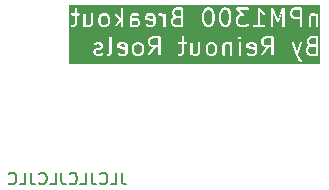
<source format=gbo>
G04 #@! TF.GenerationSoftware,KiCad,Pcbnew,8.0.5*
G04 #@! TF.CreationDate,2024-09-22T09:32:30+02:00*
G04 #@! TF.ProjectId,nPM1300-breakout,6e504d31-3330-4302-9d62-7265616b6f75,rev?*
G04 #@! TF.SameCoordinates,Original*
G04 #@! TF.FileFunction,Legend,Bot*
G04 #@! TF.FilePolarity,Positive*
%FSLAX46Y46*%
G04 Gerber Fmt 4.6, Leading zero omitted, Abs format (unit mm)*
G04 Created by KiCad (PCBNEW 8.0.5) date 2024-09-22 09:32:30*
%MOMM*%
%LPD*%
G01*
G04 APERTURE LIST*
%ADD10C,0.187500*%
%ADD11C,0.170000*%
%ADD12C,1.700000*%
%ADD13O,1.700000X1.700000*%
%ADD14C,0.650000*%
%ADD15O,2.304000X1.204000*%
%ADD16O,2.004000X1.204000*%
G04 APERTURE END LIST*
D10*
G36*
X110099445Y-75256379D02*
G01*
X110147001Y-75351491D01*
X110147001Y-75500717D01*
X109620216Y-75395360D01*
X109620216Y-75351491D01*
X109667771Y-75256379D01*
X109762883Y-75208824D01*
X110004335Y-75208824D01*
X110099445Y-75256379D01*
G37*
G36*
X111399502Y-75263551D02*
G01*
X111449417Y-75313465D01*
X111504144Y-75422919D01*
X111504144Y-75807228D01*
X111449415Y-75916685D01*
X111399505Y-75966595D01*
X111290048Y-76021324D01*
X111120026Y-76021324D01*
X111010571Y-75966597D01*
X110960657Y-75916682D01*
X110905930Y-75807228D01*
X110905930Y-75422919D01*
X110960657Y-75313464D01*
X111010571Y-75263551D01*
X111120026Y-75208824D01*
X111290049Y-75208824D01*
X111399502Y-75263551D01*
G37*
G36*
X117613788Y-75263551D02*
G01*
X117663703Y-75313465D01*
X117718430Y-75422919D01*
X117718430Y-75807228D01*
X117663701Y-75916685D01*
X117613791Y-75966595D01*
X117504334Y-76021324D01*
X117334312Y-76021324D01*
X117224857Y-75966597D01*
X117174943Y-75916682D01*
X117120216Y-75807228D01*
X117120216Y-75422919D01*
X117174943Y-75313464D01*
X117224857Y-75263551D01*
X117334312Y-75208824D01*
X117504335Y-75208824D01*
X117613788Y-75263551D01*
G37*
G36*
X121028017Y-75256379D02*
G01*
X121075573Y-75351491D01*
X121075573Y-75500717D01*
X120548788Y-75395360D01*
X120548788Y-75351491D01*
X120596343Y-75256379D01*
X120691455Y-75208824D01*
X120932907Y-75208824D01*
X121028017Y-75256379D01*
G37*
G36*
X126289859Y-76021324D02*
G01*
X125834312Y-76021324D01*
X125724854Y-75966595D01*
X125674944Y-75916685D01*
X125620216Y-75807228D01*
X125620216Y-75637205D01*
X125674944Y-75527748D01*
X125719964Y-75482728D01*
X125898822Y-75423110D01*
X126289859Y-75423110D01*
X126289859Y-76021324D01*
G37*
G36*
X126289859Y-75235610D02*
G01*
X125905741Y-75235610D01*
X125796286Y-75180882D01*
X125746370Y-75130967D01*
X125691644Y-75021514D01*
X125691644Y-74922919D01*
X125746370Y-74813466D01*
X125796286Y-74763551D01*
X125905741Y-74708824D01*
X126289859Y-74708824D01*
X126289859Y-75235610D01*
G37*
G36*
X112932716Y-75307038D02*
G01*
X112477169Y-75307038D01*
X112367711Y-75252309D01*
X112317801Y-75202399D01*
X112263073Y-75092942D01*
X112263073Y-74922919D01*
X112317799Y-74813465D01*
X112367714Y-74763551D01*
X112477169Y-74708824D01*
X112932716Y-74708824D01*
X112932716Y-75307038D01*
G37*
G36*
X122504145Y-75307038D02*
G01*
X122048598Y-75307038D01*
X121939140Y-75252309D01*
X121889230Y-75202399D01*
X121834502Y-75092942D01*
X121834502Y-74922919D01*
X121889228Y-74813465D01*
X121939143Y-74763551D01*
X122048598Y-74708824D01*
X122504145Y-74708824D01*
X122504145Y-75307038D01*
G37*
G36*
X108542361Y-72848635D02*
G01*
X108592276Y-72898549D01*
X108647003Y-73008003D01*
X108647003Y-73392312D01*
X108592274Y-73501769D01*
X108542364Y-73551679D01*
X108432907Y-73606408D01*
X108262885Y-73606408D01*
X108153430Y-73551681D01*
X108103516Y-73501766D01*
X108048789Y-73392312D01*
X108048789Y-73008003D01*
X108103516Y-72898548D01*
X108153430Y-72848635D01*
X108262885Y-72793908D01*
X108432908Y-72793908D01*
X108542361Y-72848635D01*
G37*
G36*
X110698827Y-73212582D02*
G01*
X110715992Y-73219151D01*
X110719351Y-73219389D01*
X110722464Y-73220679D01*
X110740754Y-73222480D01*
X111075765Y-73222480D01*
X111170876Y-73270035D01*
X111218432Y-73365146D01*
X111218432Y-73463740D01*
X111170876Y-73558852D01*
X111075765Y-73606408D01*
X110762886Y-73606408D01*
X110691647Y-73570788D01*
X110691647Y-73208991D01*
X110698827Y-73212582D01*
G37*
G36*
X112456590Y-72841463D02*
G01*
X112504146Y-72936575D01*
X112504146Y-73085801D01*
X111977361Y-72980444D01*
X111977361Y-72936575D01*
X112024916Y-72841463D01*
X112120028Y-72793908D01*
X112361480Y-72793908D01*
X112456590Y-72841463D01*
G37*
G36*
X114861289Y-73606408D02*
G01*
X114405742Y-73606408D01*
X114296284Y-73551679D01*
X114246374Y-73501769D01*
X114191646Y-73392312D01*
X114191646Y-73222289D01*
X114246374Y-73112832D01*
X114291394Y-73067812D01*
X114470252Y-73008194D01*
X114861289Y-73008194D01*
X114861289Y-73606408D01*
G37*
G36*
X114861289Y-72820694D02*
G01*
X114477171Y-72820694D01*
X114367716Y-72765966D01*
X114317800Y-72716051D01*
X114263074Y-72606598D01*
X114263074Y-72508003D01*
X114317800Y-72398550D01*
X114367716Y-72348635D01*
X114477171Y-72293908D01*
X114861289Y-72293908D01*
X114861289Y-72820694D01*
G37*
G36*
X117328077Y-72348636D02*
G01*
X117377989Y-72398549D01*
X117438012Y-72518594D01*
X117504145Y-72783127D01*
X117504145Y-73117189D01*
X117438011Y-73381722D01*
X117377989Y-73501766D01*
X117328074Y-73551681D01*
X117218620Y-73606408D01*
X117120027Y-73606408D01*
X117010572Y-73551681D01*
X116960658Y-73501766D01*
X116900636Y-73381723D01*
X116834502Y-73117187D01*
X116834502Y-72783129D01*
X116900636Y-72518592D01*
X116960658Y-72398548D01*
X117010572Y-72348635D01*
X117120027Y-72293908D01*
X117218620Y-72293908D01*
X117328077Y-72348636D01*
G37*
G36*
X118756648Y-72348636D02*
G01*
X118806560Y-72398549D01*
X118866583Y-72518594D01*
X118932716Y-72783127D01*
X118932716Y-73117189D01*
X118866582Y-73381722D01*
X118806560Y-73501766D01*
X118756645Y-73551681D01*
X118647191Y-73606408D01*
X118548598Y-73606408D01*
X118439143Y-73551681D01*
X118389229Y-73501766D01*
X118329207Y-73381723D01*
X118263073Y-73117187D01*
X118263073Y-72783129D01*
X118329207Y-72518592D01*
X118389229Y-72398548D01*
X118439143Y-72348635D01*
X118548598Y-72293908D01*
X118647191Y-72293908D01*
X118756648Y-72348636D01*
G37*
G36*
X124932716Y-72892122D02*
G01*
X124477169Y-72892122D01*
X124367711Y-72837393D01*
X124317801Y-72787483D01*
X124263073Y-72678026D01*
X124263073Y-72508003D01*
X124317799Y-72398549D01*
X124367714Y-72348635D01*
X124477169Y-72293908D01*
X124932716Y-72293908D01*
X124932716Y-72892122D01*
G37*
G36*
X126644026Y-76874755D02*
G01*
X105339280Y-76874755D01*
X105339280Y-75829360D01*
X107432716Y-75829360D01*
X107432716Y-75900788D01*
X107434517Y-75919078D01*
X107435806Y-75922190D01*
X107436045Y-75925550D01*
X107442613Y-75942714D01*
X107514042Y-76085572D01*
X107515968Y-76088632D01*
X107516449Y-76090074D01*
X107518006Y-76091869D01*
X107523833Y-76101126D01*
X107532713Y-76108827D01*
X107540415Y-76117708D01*
X107549671Y-76123534D01*
X107551467Y-76125092D01*
X107552908Y-76125572D01*
X107555969Y-76127499D01*
X107698826Y-76198927D01*
X107715991Y-76205495D01*
X107719349Y-76205733D01*
X107722462Y-76207023D01*
X107740752Y-76208824D01*
X108026466Y-76208824D01*
X108044756Y-76207023D01*
X108047868Y-76205733D01*
X108051228Y-76205495D01*
X108068392Y-76198927D01*
X108211249Y-76127499D01*
X108226803Y-76117708D01*
X108239257Y-76103348D01*
X108576309Y-76103348D01*
X108578902Y-76139836D01*
X108595261Y-76172554D01*
X108622895Y-76196520D01*
X108657597Y-76208088D01*
X108694085Y-76205495D01*
X108711249Y-76198927D01*
X108854106Y-76127499D01*
X108857164Y-76125573D01*
X108858607Y-76125093D01*
X108860404Y-76123534D01*
X108869660Y-76117708D01*
X108877362Y-76108826D01*
X108886242Y-76101126D01*
X108892066Y-76091873D01*
X108893627Y-76090074D01*
X108894108Y-76088629D01*
X108896033Y-76085572D01*
X108967462Y-75942714D01*
X108974030Y-75925550D01*
X108974268Y-75922190D01*
X108975558Y-75919078D01*
X108977359Y-75900788D01*
X108977359Y-75329360D01*
X109432716Y-75329360D01*
X109432716Y-75472217D01*
X109434517Y-75490507D01*
X109438032Y-75498994D01*
X109439815Y-75508003D01*
X109444963Y-75515726D01*
X109448516Y-75524302D01*
X109455009Y-75530795D01*
X109460105Y-75538439D01*
X109467819Y-75543605D01*
X109474381Y-75550167D01*
X109482865Y-75553681D01*
X109490498Y-75558793D01*
X109508080Y-75564146D01*
X109508172Y-75564164D01*
X109508176Y-75564166D01*
X109508180Y-75564166D01*
X110147001Y-75691931D01*
X110147001Y-75878656D01*
X110099445Y-75973768D01*
X110004334Y-76021324D01*
X109762883Y-76021324D01*
X109639820Y-75959793D01*
X109622656Y-75953225D01*
X109586168Y-75950632D01*
X109551466Y-75962200D01*
X109523832Y-75986166D01*
X109507473Y-76018884D01*
X109504880Y-76055372D01*
X109516448Y-76090074D01*
X109540414Y-76117708D01*
X109555968Y-76127499D01*
X109698825Y-76198927D01*
X109715990Y-76205495D01*
X109719348Y-76205733D01*
X109722461Y-76207023D01*
X109740751Y-76208824D01*
X110026466Y-76208824D01*
X110044756Y-76207023D01*
X110047868Y-76205733D01*
X110051228Y-76205495D01*
X110068392Y-76198927D01*
X110211249Y-76127499D01*
X110214309Y-76125572D01*
X110215751Y-76125092D01*
X110217546Y-76123534D01*
X110226803Y-76117708D01*
X110234505Y-76108826D01*
X110243385Y-76101126D01*
X110249209Y-76091873D01*
X110250770Y-76090074D01*
X110251251Y-76088629D01*
X110253176Y-76085572D01*
X110324604Y-75942713D01*
X110331173Y-75925549D01*
X110331411Y-75922187D01*
X110332700Y-75919078D01*
X110334501Y-75900788D01*
X110334501Y-75615177D01*
X110334502Y-75615172D01*
X110334501Y-75615166D01*
X110334501Y-75400788D01*
X110718430Y-75400788D01*
X110718430Y-75829360D01*
X110720231Y-75847650D01*
X110721520Y-75850762D01*
X110721759Y-75854122D01*
X110728328Y-75871287D01*
X110799756Y-76014143D01*
X110804710Y-76022014D01*
X110805658Y-76024301D01*
X110807771Y-76026876D01*
X110809547Y-76029697D01*
X110811417Y-76031319D01*
X110817317Y-76038508D01*
X110888745Y-76109937D01*
X110895934Y-76115836D01*
X110897557Y-76117708D01*
X110900378Y-76119484D01*
X110902952Y-76121596D01*
X110905237Y-76122542D01*
X110913111Y-76127499D01*
X111055968Y-76198927D01*
X111073133Y-76205495D01*
X111076491Y-76205733D01*
X111079604Y-76207023D01*
X111097894Y-76208824D01*
X111312180Y-76208824D01*
X111330470Y-76207023D01*
X111333582Y-76205733D01*
X111336942Y-76205495D01*
X111354106Y-76198927D01*
X111496963Y-76127499D01*
X111504832Y-76122545D01*
X111507122Y-76121597D01*
X111509698Y-76119482D01*
X111512517Y-76117708D01*
X111514139Y-76115836D01*
X111521328Y-76109937D01*
X111592757Y-76038508D01*
X111598657Y-76031319D01*
X111600528Y-76029697D01*
X111602302Y-76026878D01*
X111604417Y-76024302D01*
X111605365Y-76022012D01*
X111610319Y-76014143D01*
X111681747Y-75871286D01*
X111688315Y-75854121D01*
X111688553Y-75850762D01*
X111689843Y-75847650D01*
X111691644Y-75829360D01*
X111691644Y-75400788D01*
X111689843Y-75382498D01*
X111688553Y-75379385D01*
X111688315Y-75376027D01*
X111681747Y-75358862D01*
X111610319Y-75216005D01*
X111605362Y-75208131D01*
X111604416Y-75205846D01*
X111602304Y-75203272D01*
X111600528Y-75200451D01*
X111598656Y-75198828D01*
X111592757Y-75191639D01*
X111521328Y-75120211D01*
X111514139Y-75114311D01*
X111512517Y-75112441D01*
X111509696Y-75110665D01*
X111507121Y-75108552D01*
X111504834Y-75107604D01*
X111496963Y-75102650D01*
X111354107Y-75031222D01*
X111336942Y-75024653D01*
X111333582Y-75024414D01*
X111330470Y-75023125D01*
X111312180Y-75021324D01*
X111097894Y-75021324D01*
X111079604Y-75023125D01*
X111076491Y-75024414D01*
X111073132Y-75024653D01*
X111055967Y-75031222D01*
X110913110Y-75102651D01*
X110905237Y-75107606D01*
X110902952Y-75108553D01*
X110900378Y-75110665D01*
X110897557Y-75112441D01*
X110895934Y-75114312D01*
X110888745Y-75120212D01*
X110817318Y-75191640D01*
X110811417Y-75198828D01*
X110809547Y-75200451D01*
X110807772Y-75203269D01*
X110805658Y-75205846D01*
X110804709Y-75208135D01*
X110799756Y-75216005D01*
X110728328Y-75358861D01*
X110721759Y-75376026D01*
X110721520Y-75379385D01*
X110720231Y-75382498D01*
X110718430Y-75400788D01*
X110334501Y-75400788D01*
X110334501Y-75329360D01*
X110332700Y-75311070D01*
X110331410Y-75307957D01*
X110331172Y-75304599D01*
X110324604Y-75287434D01*
X110253176Y-75144577D01*
X110251248Y-75141515D01*
X110250769Y-75140076D01*
X110249213Y-75138282D01*
X110243385Y-75129023D01*
X110234503Y-75121320D01*
X110226803Y-75112441D01*
X110217546Y-75106614D01*
X110215751Y-75105057D01*
X110214309Y-75104576D01*
X110211249Y-75102650D01*
X110068393Y-75031222D01*
X110051228Y-75024653D01*
X110047868Y-75024414D01*
X110044756Y-75023125D01*
X110026466Y-75021324D01*
X109740751Y-75021324D01*
X109722461Y-75023125D01*
X109719348Y-75024414D01*
X109715989Y-75024653D01*
X109698824Y-75031222D01*
X109555967Y-75102651D01*
X109552911Y-75104574D01*
X109551466Y-75105056D01*
X109549665Y-75106617D01*
X109540414Y-75112441D01*
X109532713Y-75121320D01*
X109523832Y-75129023D01*
X109518005Y-75138278D01*
X109516447Y-75140076D01*
X109515966Y-75141518D01*
X109514041Y-75144577D01*
X109442613Y-75287434D01*
X109436045Y-75304598D01*
X109435806Y-75307957D01*
X109434517Y-75311070D01*
X109432716Y-75329360D01*
X108977359Y-75329360D01*
X108977359Y-74900788D01*
X112075573Y-74900788D01*
X112075573Y-75115074D01*
X112077374Y-75133364D01*
X112078663Y-75136476D01*
X112078902Y-75139836D01*
X112085470Y-75157000D01*
X112156898Y-75299857D01*
X112161851Y-75307726D01*
X112162800Y-75310016D01*
X112164914Y-75312592D01*
X112166689Y-75315411D01*
X112168560Y-75317033D01*
X112174460Y-75324222D01*
X112245889Y-75395651D01*
X112253077Y-75401551D01*
X112254700Y-75403422D01*
X112257518Y-75405196D01*
X112260095Y-75407311D01*
X112262384Y-75408259D01*
X112270254Y-75413213D01*
X112413111Y-75484641D01*
X112430276Y-75491209D01*
X112433634Y-75491447D01*
X112436747Y-75492737D01*
X112455037Y-75494538D01*
X112489262Y-75494538D01*
X112092520Y-76061312D01*
X112083507Y-76077328D01*
X112075595Y-76113042D01*
X112081952Y-76149064D01*
X112101610Y-76179913D01*
X112131577Y-76200890D01*
X112167291Y-76208802D01*
X112203313Y-76202445D01*
X112234162Y-76182787D01*
X112246126Y-76168836D01*
X112718134Y-75494538D01*
X112932716Y-75494538D01*
X112932716Y-76115074D01*
X112934517Y-76133364D01*
X112948516Y-76167159D01*
X112974381Y-76193024D01*
X113008176Y-76207023D01*
X113044756Y-76207023D01*
X113078551Y-76193024D01*
X113104416Y-76167159D01*
X113118415Y-76133364D01*
X113120216Y-76115074D01*
X113120216Y-75096784D01*
X114577374Y-75096784D01*
X114577374Y-75133364D01*
X114591373Y-75167159D01*
X114617238Y-75193024D01*
X114651033Y-75207023D01*
X114669323Y-75208824D01*
X114932716Y-75208824D01*
X114932716Y-75878656D01*
X114885159Y-75973768D01*
X114790048Y-76021324D01*
X114669323Y-76021324D01*
X114651033Y-76023125D01*
X114617238Y-76037124D01*
X114591373Y-76062989D01*
X114577374Y-76096784D01*
X114577374Y-76133364D01*
X114591373Y-76167159D01*
X114617238Y-76193024D01*
X114651033Y-76207023D01*
X114669323Y-76208824D01*
X114812180Y-76208824D01*
X114830470Y-76207023D01*
X114833582Y-76205733D01*
X114836942Y-76205495D01*
X114854106Y-76198927D01*
X114996963Y-76127499D01*
X115000021Y-76125573D01*
X115001464Y-76125093D01*
X115003261Y-76123534D01*
X115012517Y-76117708D01*
X115020219Y-76108826D01*
X115029099Y-76101126D01*
X115034923Y-76091873D01*
X115036484Y-76090074D01*
X115036965Y-76088629D01*
X115038890Y-76085572D01*
X115110319Y-75942714D01*
X115116887Y-75925550D01*
X115117125Y-75922190D01*
X115118415Y-75919078D01*
X115120216Y-75900788D01*
X115120216Y-75208824D01*
X115240751Y-75208824D01*
X115259041Y-75207023D01*
X115292836Y-75193024D01*
X115318701Y-75167159D01*
X115332700Y-75133364D01*
X115332700Y-75115074D01*
X115647002Y-75115074D01*
X115647002Y-76115074D01*
X115648803Y-76133364D01*
X115662802Y-76167159D01*
X115688667Y-76193024D01*
X115722462Y-76207023D01*
X115759042Y-76207023D01*
X115792837Y-76193024D01*
X115818702Y-76167159D01*
X115823999Y-76154371D01*
X115913111Y-76198927D01*
X115930276Y-76205495D01*
X115933634Y-76205733D01*
X115936747Y-76207023D01*
X115955037Y-76208824D01*
X116169323Y-76208824D01*
X116187613Y-76207023D01*
X116190725Y-76205733D01*
X116194085Y-76205495D01*
X116211249Y-76198927D01*
X116354106Y-76127499D01*
X116357164Y-76125573D01*
X116358607Y-76125093D01*
X116360404Y-76123534D01*
X116369660Y-76117708D01*
X116377362Y-76108826D01*
X116386242Y-76101126D01*
X116392066Y-76091873D01*
X116393627Y-76090074D01*
X116394108Y-76088629D01*
X116396033Y-76085572D01*
X116467462Y-75942714D01*
X116474030Y-75925550D01*
X116474268Y-75922190D01*
X116475558Y-75919078D01*
X116477359Y-75900788D01*
X116477359Y-75400788D01*
X116932716Y-75400788D01*
X116932716Y-75829360D01*
X116934517Y-75847650D01*
X116935806Y-75850762D01*
X116936045Y-75854122D01*
X116942614Y-75871287D01*
X117014042Y-76014143D01*
X117018996Y-76022014D01*
X117019944Y-76024301D01*
X117022057Y-76026876D01*
X117023833Y-76029697D01*
X117025703Y-76031319D01*
X117031603Y-76038508D01*
X117103031Y-76109937D01*
X117110220Y-76115836D01*
X117111843Y-76117708D01*
X117114664Y-76119484D01*
X117117238Y-76121596D01*
X117119523Y-76122542D01*
X117127397Y-76127499D01*
X117270254Y-76198927D01*
X117287419Y-76205495D01*
X117290777Y-76205733D01*
X117293890Y-76207023D01*
X117312180Y-76208824D01*
X117526466Y-76208824D01*
X117544756Y-76207023D01*
X117547868Y-76205733D01*
X117551228Y-76205495D01*
X117568392Y-76198927D01*
X117711249Y-76127499D01*
X117719118Y-76122545D01*
X117721408Y-76121597D01*
X117723984Y-76119482D01*
X117726803Y-76117708D01*
X117728425Y-76115836D01*
X117735614Y-76109937D01*
X117807043Y-76038508D01*
X117812943Y-76031319D01*
X117814814Y-76029697D01*
X117816588Y-76026878D01*
X117818703Y-76024302D01*
X117819651Y-76022012D01*
X117824605Y-76014143D01*
X117896033Y-75871286D01*
X117902601Y-75854121D01*
X117902839Y-75850762D01*
X117904129Y-75847650D01*
X117905930Y-75829360D01*
X117905930Y-75400788D01*
X117904129Y-75382498D01*
X117902839Y-75379385D01*
X117902601Y-75376027D01*
X117896033Y-75358862D01*
X117881282Y-75329360D01*
X118361288Y-75329360D01*
X118361288Y-76115074D01*
X118363089Y-76133364D01*
X118377088Y-76167159D01*
X118402953Y-76193024D01*
X118436748Y-76207023D01*
X118473328Y-76207023D01*
X118507123Y-76193024D01*
X118532988Y-76167159D01*
X118546987Y-76133364D01*
X118548788Y-76115074D01*
X118548788Y-75351491D01*
X118596343Y-75256379D01*
X118691455Y-75208824D01*
X118861478Y-75208824D01*
X118970931Y-75263551D01*
X119004145Y-75296764D01*
X119004145Y-76115074D01*
X119005946Y-76133364D01*
X119019945Y-76167159D01*
X119045810Y-76193024D01*
X119079605Y-76207023D01*
X119116185Y-76207023D01*
X119149980Y-76193024D01*
X119175845Y-76167159D01*
X119189844Y-76133364D01*
X119191645Y-76115074D01*
X119191645Y-75115074D01*
X119718431Y-75115074D01*
X119718431Y-76115074D01*
X119720232Y-76133364D01*
X119734231Y-76167159D01*
X119760096Y-76193024D01*
X119793891Y-76207023D01*
X119830471Y-76207023D01*
X119864266Y-76193024D01*
X119890131Y-76167159D01*
X119904130Y-76133364D01*
X119905931Y-76115074D01*
X119905931Y-75329360D01*
X120361288Y-75329360D01*
X120361288Y-75472217D01*
X120363089Y-75490507D01*
X120366604Y-75498994D01*
X120368387Y-75508003D01*
X120373535Y-75515726D01*
X120377088Y-75524302D01*
X120383581Y-75530795D01*
X120388677Y-75538439D01*
X120396391Y-75543605D01*
X120402953Y-75550167D01*
X120411437Y-75553681D01*
X120419070Y-75558793D01*
X120436652Y-75564146D01*
X120436744Y-75564164D01*
X120436748Y-75564166D01*
X120436752Y-75564166D01*
X121075573Y-75691931D01*
X121075573Y-75878656D01*
X121028017Y-75973768D01*
X120932906Y-76021324D01*
X120691455Y-76021324D01*
X120568392Y-75959793D01*
X120551228Y-75953225D01*
X120514740Y-75950632D01*
X120480038Y-75962200D01*
X120452404Y-75986166D01*
X120436045Y-76018884D01*
X120433452Y-76055372D01*
X120445020Y-76090074D01*
X120468986Y-76117708D01*
X120484540Y-76127499D01*
X120627397Y-76198927D01*
X120644562Y-76205495D01*
X120647920Y-76205733D01*
X120651033Y-76207023D01*
X120669323Y-76208824D01*
X120955038Y-76208824D01*
X120973328Y-76207023D01*
X120976440Y-76205733D01*
X120979800Y-76205495D01*
X120996964Y-76198927D01*
X121139821Y-76127499D01*
X121142881Y-76125572D01*
X121144323Y-76125092D01*
X121146118Y-76123534D01*
X121155375Y-76117708D01*
X121163077Y-76108826D01*
X121171957Y-76101126D01*
X121177781Y-76091873D01*
X121179342Y-76090074D01*
X121179823Y-76088629D01*
X121181748Y-76085572D01*
X121253176Y-75942713D01*
X121259745Y-75925549D01*
X121259983Y-75922187D01*
X121261272Y-75919078D01*
X121263073Y-75900788D01*
X121263073Y-75615177D01*
X121263074Y-75615172D01*
X121263073Y-75615166D01*
X121263073Y-75329360D01*
X121261272Y-75311070D01*
X121259982Y-75307957D01*
X121259744Y-75304599D01*
X121253176Y-75287434D01*
X121181748Y-75144577D01*
X121179820Y-75141515D01*
X121179341Y-75140076D01*
X121177785Y-75138282D01*
X121171957Y-75129023D01*
X121163075Y-75121320D01*
X121155375Y-75112441D01*
X121146118Y-75106614D01*
X121144323Y-75105057D01*
X121142881Y-75104576D01*
X121139821Y-75102650D01*
X120996965Y-75031222D01*
X120979800Y-75024653D01*
X120976440Y-75024414D01*
X120973328Y-75023125D01*
X120955038Y-75021324D01*
X120669323Y-75021324D01*
X120651033Y-75023125D01*
X120647920Y-75024414D01*
X120644561Y-75024653D01*
X120627396Y-75031222D01*
X120484539Y-75102651D01*
X120481483Y-75104574D01*
X120480038Y-75105056D01*
X120478237Y-75106617D01*
X120468986Y-75112441D01*
X120461285Y-75121320D01*
X120452404Y-75129023D01*
X120446577Y-75138278D01*
X120445019Y-75140076D01*
X120444538Y-75141518D01*
X120442613Y-75144577D01*
X120371185Y-75287434D01*
X120364617Y-75304598D01*
X120364378Y-75307957D01*
X120363089Y-75311070D01*
X120361288Y-75329360D01*
X119905931Y-75329360D01*
X119905931Y-75115074D01*
X119904130Y-75096784D01*
X119890131Y-75062989D01*
X119864266Y-75037124D01*
X119830471Y-75023125D01*
X119793891Y-75023125D01*
X119760096Y-75037124D01*
X119734231Y-75062989D01*
X119720232Y-75096784D01*
X119718431Y-75115074D01*
X119191645Y-75115074D01*
X119189844Y-75096784D01*
X119175845Y-75062989D01*
X119149980Y-75037124D01*
X119116185Y-75023125D01*
X119079605Y-75023125D01*
X119045810Y-75037124D01*
X119019945Y-75062989D01*
X119014647Y-75075777D01*
X118925536Y-75031222D01*
X118908371Y-75024653D01*
X118905011Y-75024414D01*
X118901899Y-75023125D01*
X118883609Y-75021324D01*
X118669323Y-75021324D01*
X118651033Y-75023125D01*
X118647920Y-75024414D01*
X118644561Y-75024653D01*
X118627396Y-75031222D01*
X118484539Y-75102651D01*
X118481483Y-75104574D01*
X118480038Y-75105056D01*
X118478237Y-75106617D01*
X118468986Y-75112441D01*
X118461285Y-75121320D01*
X118452404Y-75129023D01*
X118446577Y-75138278D01*
X118445019Y-75140076D01*
X118444538Y-75141518D01*
X118442613Y-75144577D01*
X118371185Y-75287434D01*
X118364617Y-75304598D01*
X118364378Y-75307957D01*
X118363089Y-75311070D01*
X118361288Y-75329360D01*
X117881282Y-75329360D01*
X117824605Y-75216005D01*
X117819648Y-75208131D01*
X117818702Y-75205846D01*
X117816590Y-75203272D01*
X117814814Y-75200451D01*
X117812942Y-75198828D01*
X117807043Y-75191639D01*
X117735614Y-75120211D01*
X117728425Y-75114311D01*
X117726803Y-75112441D01*
X117723982Y-75110665D01*
X117721407Y-75108552D01*
X117719120Y-75107604D01*
X117711249Y-75102650D01*
X117568393Y-75031222D01*
X117551228Y-75024653D01*
X117547868Y-75024414D01*
X117544756Y-75023125D01*
X117526466Y-75021324D01*
X117312180Y-75021324D01*
X117293890Y-75023125D01*
X117290777Y-75024414D01*
X117287418Y-75024653D01*
X117270253Y-75031222D01*
X117127396Y-75102651D01*
X117119523Y-75107606D01*
X117117238Y-75108553D01*
X117114664Y-75110665D01*
X117111843Y-75112441D01*
X117110220Y-75114312D01*
X117103031Y-75120212D01*
X117031604Y-75191640D01*
X117025703Y-75198828D01*
X117023833Y-75200451D01*
X117022058Y-75203269D01*
X117019944Y-75205846D01*
X117018995Y-75208135D01*
X117014042Y-75216005D01*
X116942614Y-75358861D01*
X116936045Y-75376026D01*
X116935806Y-75379385D01*
X116934517Y-75382498D01*
X116932716Y-75400788D01*
X116477359Y-75400788D01*
X116477359Y-75115074D01*
X116475558Y-75096784D01*
X116461559Y-75062989D01*
X116435694Y-75037124D01*
X116401899Y-75023125D01*
X116365319Y-75023125D01*
X116331524Y-75037124D01*
X116305659Y-75062989D01*
X116291660Y-75096784D01*
X116289859Y-75115074D01*
X116289859Y-75878656D01*
X116242302Y-75973768D01*
X116147191Y-76021324D01*
X115977169Y-76021324D01*
X115867714Y-75966597D01*
X115834502Y-75933384D01*
X115834502Y-75115074D01*
X115832701Y-75096784D01*
X115818702Y-75062989D01*
X115792837Y-75037124D01*
X115759042Y-75023125D01*
X115722462Y-75023125D01*
X115688667Y-75037124D01*
X115662802Y-75062989D01*
X115648803Y-75096784D01*
X115647002Y-75115074D01*
X115332700Y-75115074D01*
X115332700Y-75096784D01*
X115318701Y-75062989D01*
X115292836Y-75037124D01*
X115259041Y-75023125D01*
X115240751Y-75021324D01*
X115120216Y-75021324D01*
X115120216Y-74900788D01*
X121647002Y-74900788D01*
X121647002Y-75115074D01*
X121648803Y-75133364D01*
X121650092Y-75136476D01*
X121650331Y-75139836D01*
X121656899Y-75157000D01*
X121728327Y-75299857D01*
X121733280Y-75307726D01*
X121734229Y-75310016D01*
X121736343Y-75312592D01*
X121738118Y-75315411D01*
X121739989Y-75317033D01*
X121745889Y-75324222D01*
X121817318Y-75395651D01*
X121824506Y-75401551D01*
X121826129Y-75403422D01*
X121828947Y-75405196D01*
X121831524Y-75407311D01*
X121833813Y-75408259D01*
X121841683Y-75413213D01*
X121984540Y-75484641D01*
X122001705Y-75491209D01*
X122005063Y-75491447D01*
X122008176Y-75492737D01*
X122026466Y-75494538D01*
X122060691Y-75494538D01*
X121663949Y-76061312D01*
X121654936Y-76077328D01*
X121647024Y-76113042D01*
X121653381Y-76149064D01*
X121673039Y-76179913D01*
X121703006Y-76200890D01*
X121738720Y-76208802D01*
X121774742Y-76202445D01*
X121805591Y-76182787D01*
X121817555Y-76168836D01*
X122289563Y-75494538D01*
X122504145Y-75494538D01*
X122504145Y-76115074D01*
X122505946Y-76133364D01*
X122519945Y-76167159D01*
X122545810Y-76193024D01*
X122579605Y-76207023D01*
X122616185Y-76207023D01*
X122649980Y-76193024D01*
X122675845Y-76167159D01*
X122689844Y-76133364D01*
X122691645Y-76115074D01*
X122691645Y-75128775D01*
X124219436Y-75128775D01*
X124223892Y-75146606D01*
X124581035Y-76146605D01*
X124581785Y-76148195D01*
X124582278Y-76149892D01*
X124725135Y-76507035D01*
X124733600Y-76523348D01*
X124734006Y-76523764D01*
X124734229Y-76524302D01*
X124745889Y-76538508D01*
X124817318Y-76609937D01*
X124824506Y-76615837D01*
X124826129Y-76617708D01*
X124828947Y-76619482D01*
X124831524Y-76621597D01*
X124833813Y-76622545D01*
X124841683Y-76627499D01*
X124984540Y-76698927D01*
X125001705Y-76705495D01*
X125038192Y-76708088D01*
X125072894Y-76696521D01*
X125100529Y-76672554D01*
X125116888Y-76639836D01*
X125119480Y-76603348D01*
X125107913Y-76568646D01*
X125083946Y-76541012D01*
X125068392Y-76531221D01*
X124939140Y-76466595D01*
X124892079Y-76419534D01*
X124769543Y-76113194D01*
X124947444Y-75615074D01*
X125432716Y-75615074D01*
X125432716Y-75829360D01*
X125434517Y-75847650D01*
X125435806Y-75850762D01*
X125436045Y-75854122D01*
X125442613Y-75871286D01*
X125514041Y-76014143D01*
X125518994Y-76022012D01*
X125519943Y-76024302D01*
X125522057Y-76026878D01*
X125523832Y-76029697D01*
X125525703Y-76031319D01*
X125531603Y-76038508D01*
X125603032Y-76109937D01*
X125610220Y-76115837D01*
X125611843Y-76117708D01*
X125614661Y-76119482D01*
X125617238Y-76121597D01*
X125619527Y-76122545D01*
X125627397Y-76127499D01*
X125770254Y-76198927D01*
X125787419Y-76205495D01*
X125790777Y-76205733D01*
X125793890Y-76207023D01*
X125812180Y-76208824D01*
X126383609Y-76208824D01*
X126401899Y-76207023D01*
X126435694Y-76193024D01*
X126461559Y-76167159D01*
X126475558Y-76133364D01*
X126477359Y-76115074D01*
X126477359Y-74615074D01*
X126475558Y-74596784D01*
X126461559Y-74562989D01*
X126435694Y-74537124D01*
X126401899Y-74523125D01*
X126383609Y-74521324D01*
X125883609Y-74521324D01*
X125865319Y-74523125D01*
X125862206Y-74524414D01*
X125858847Y-74524653D01*
X125841682Y-74531222D01*
X125698825Y-74602651D01*
X125690955Y-74607604D01*
X125688668Y-74608552D01*
X125686092Y-74610665D01*
X125683272Y-74612441D01*
X125681649Y-74614311D01*
X125674461Y-74620211D01*
X125603032Y-74691639D01*
X125597132Y-74698828D01*
X125595261Y-74700451D01*
X125593484Y-74703272D01*
X125591373Y-74705846D01*
X125590426Y-74708131D01*
X125585470Y-74716005D01*
X125514042Y-74858861D01*
X125507473Y-74876026D01*
X125507234Y-74879385D01*
X125505945Y-74882498D01*
X125504144Y-74900788D01*
X125504144Y-75043646D01*
X125505945Y-75061936D01*
X125507234Y-75065048D01*
X125507473Y-75068408D01*
X125514042Y-75085573D01*
X125585470Y-75228429D01*
X125590426Y-75236302D01*
X125591373Y-75238588D01*
X125593484Y-75241161D01*
X125595261Y-75243983D01*
X125597132Y-75245605D01*
X125603032Y-75252795D01*
X125656484Y-75306246D01*
X125639677Y-75311849D01*
X125622895Y-75319341D01*
X125620350Y-75321547D01*
X125617238Y-75322837D01*
X125603032Y-75334497D01*
X125531603Y-75405926D01*
X125525703Y-75413114D01*
X125523832Y-75414737D01*
X125522057Y-75417555D01*
X125519943Y-75420132D01*
X125518994Y-75422421D01*
X125514041Y-75430291D01*
X125442613Y-75573148D01*
X125436045Y-75590312D01*
X125435806Y-75593671D01*
X125434517Y-75596784D01*
X125432716Y-75615074D01*
X124947444Y-75615074D01*
X125114754Y-75146606D01*
X125119210Y-75128775D01*
X125117393Y-75092241D01*
X125101734Y-75059183D01*
X125074616Y-75034633D01*
X125040167Y-75022330D01*
X125003633Y-75024147D01*
X124970575Y-75039806D01*
X124946025Y-75066924D01*
X124938178Y-75083543D01*
X124669323Y-75836335D01*
X124400468Y-75083542D01*
X124392621Y-75066924D01*
X124368071Y-75039806D01*
X124335013Y-75024147D01*
X124298479Y-75022330D01*
X124264030Y-75034633D01*
X124236912Y-75059183D01*
X124221253Y-75092241D01*
X124219436Y-75128775D01*
X122691645Y-75128775D01*
X122691645Y-74615074D01*
X122689844Y-74596784D01*
X122675845Y-74562989D01*
X122649980Y-74537124D01*
X122616185Y-74523125D01*
X122597895Y-74521324D01*
X122026466Y-74521324D01*
X122008176Y-74523125D01*
X122005063Y-74524414D01*
X122001704Y-74524653D01*
X121984539Y-74531222D01*
X121841682Y-74602651D01*
X121833812Y-74607604D01*
X121831525Y-74608552D01*
X121828949Y-74610665D01*
X121826129Y-74612441D01*
X121824506Y-74614311D01*
X121817318Y-74620211D01*
X121745889Y-74691639D01*
X121739989Y-74698827D01*
X121738118Y-74700451D01*
X121736341Y-74703272D01*
X121734230Y-74705846D01*
X121733283Y-74708131D01*
X121728327Y-74716005D01*
X121656899Y-74858862D01*
X121650331Y-74876026D01*
X121650092Y-74879385D01*
X121648803Y-74882498D01*
X121647002Y-74900788D01*
X115120216Y-74900788D01*
X115120216Y-74668214D01*
X119648803Y-74668214D01*
X119648803Y-74704793D01*
X119649727Y-74707023D01*
X119662801Y-74738588D01*
X119662806Y-74738593D01*
X119674461Y-74752795D01*
X119745890Y-74824223D01*
X119760091Y-74835877D01*
X119760096Y-74835882D01*
X119783993Y-74845779D01*
X119793891Y-74849880D01*
X119793892Y-74849880D01*
X119830470Y-74849880D01*
X119830471Y-74849880D01*
X119840368Y-74845779D01*
X119864266Y-74835882D01*
X119878472Y-74824222D01*
X119949900Y-74752795D01*
X119961559Y-74738588D01*
X119975557Y-74704793D01*
X119975557Y-74689136D01*
X119975558Y-74668214D01*
X119961560Y-74634419D01*
X119949901Y-74620212D01*
X119878473Y-74548783D01*
X119864271Y-74537128D01*
X119864266Y-74537123D01*
X119840368Y-74527225D01*
X119830471Y-74523125D01*
X119793891Y-74523125D01*
X119783993Y-74527225D01*
X119760096Y-74537123D01*
X119745890Y-74548783D01*
X119674461Y-74620212D01*
X119662801Y-74634418D01*
X119650169Y-74664917D01*
X119648803Y-74668214D01*
X115120216Y-74668214D01*
X115120216Y-74615074D01*
X115118415Y-74596784D01*
X115104416Y-74562989D01*
X115078551Y-74537124D01*
X115044756Y-74523125D01*
X115008176Y-74523125D01*
X114974381Y-74537124D01*
X114948516Y-74562989D01*
X114934517Y-74596784D01*
X114932716Y-74615074D01*
X114932716Y-75021324D01*
X114669323Y-75021324D01*
X114651033Y-75023125D01*
X114617238Y-75037124D01*
X114591373Y-75062989D01*
X114577374Y-75096784D01*
X113120216Y-75096784D01*
X113120216Y-74615074D01*
X113118415Y-74596784D01*
X113104416Y-74562989D01*
X113078551Y-74537124D01*
X113044756Y-74523125D01*
X113026466Y-74521324D01*
X112455037Y-74521324D01*
X112436747Y-74523125D01*
X112433634Y-74524414D01*
X112430275Y-74524653D01*
X112413110Y-74531222D01*
X112270253Y-74602651D01*
X112262383Y-74607604D01*
X112260096Y-74608552D01*
X112257520Y-74610665D01*
X112254700Y-74612441D01*
X112253077Y-74614311D01*
X112245889Y-74620211D01*
X112174460Y-74691639D01*
X112168560Y-74698827D01*
X112166689Y-74700451D01*
X112164912Y-74703272D01*
X112162801Y-74705846D01*
X112161854Y-74708131D01*
X112156898Y-74716005D01*
X112085470Y-74858862D01*
X112078902Y-74876026D01*
X112078663Y-74879385D01*
X112077374Y-74882498D01*
X112075573Y-74900788D01*
X108977359Y-74900788D01*
X108977359Y-74615074D01*
X108975558Y-74596784D01*
X108961559Y-74562989D01*
X108935694Y-74537124D01*
X108901899Y-74523125D01*
X108865319Y-74523125D01*
X108831524Y-74537124D01*
X108805659Y-74562989D01*
X108791660Y-74596784D01*
X108789859Y-74615074D01*
X108789859Y-75878656D01*
X108742302Y-75973768D01*
X108627397Y-76031221D01*
X108611843Y-76041012D01*
X108587877Y-76068646D01*
X108576309Y-76103348D01*
X108239257Y-76103348D01*
X108250770Y-76090074D01*
X108262337Y-76055372D01*
X108259745Y-76018884D01*
X108243386Y-75986166D01*
X108215751Y-75962199D01*
X108181049Y-75950632D01*
X108144562Y-75953225D01*
X108127397Y-75959793D01*
X108004334Y-76021324D01*
X107762884Y-76021324D01*
X107667772Y-75973768D01*
X107620216Y-75878656D01*
X107620216Y-75851491D01*
X107667771Y-75756380D01*
X107762884Y-75708824D01*
X107955038Y-75708824D01*
X107973328Y-75707023D01*
X107976440Y-75705733D01*
X107979800Y-75705495D01*
X107996964Y-75698927D01*
X108139821Y-75627499D01*
X108142881Y-75625572D01*
X108144323Y-75625092D01*
X108146118Y-75623534D01*
X108155375Y-75617708D01*
X108163077Y-75608826D01*
X108171957Y-75601126D01*
X108177781Y-75591873D01*
X108179342Y-75590074D01*
X108179823Y-75588629D01*
X108181748Y-75585572D01*
X108253176Y-75442713D01*
X108259745Y-75425549D01*
X108259983Y-75422187D01*
X108261272Y-75419078D01*
X108263073Y-75400788D01*
X108263073Y-75329360D01*
X108261272Y-75311070D01*
X108259982Y-75307957D01*
X108259744Y-75304599D01*
X108253176Y-75287434D01*
X108181748Y-75144577D01*
X108179820Y-75141515D01*
X108179341Y-75140076D01*
X108177785Y-75138282D01*
X108171957Y-75129023D01*
X108163075Y-75121320D01*
X108155375Y-75112441D01*
X108146118Y-75106614D01*
X108144323Y-75105057D01*
X108142881Y-75104576D01*
X108139821Y-75102650D01*
X107996965Y-75031222D01*
X107979800Y-75024653D01*
X107976440Y-75024414D01*
X107973328Y-75023125D01*
X107955038Y-75021324D01*
X107740752Y-75021324D01*
X107722462Y-75023125D01*
X107719349Y-75024414D01*
X107715990Y-75024653D01*
X107698825Y-75031222D01*
X107555968Y-75102651D01*
X107540415Y-75112441D01*
X107516448Y-75140076D01*
X107504881Y-75174777D01*
X107507474Y-75211265D01*
X107523833Y-75243983D01*
X107551468Y-75267950D01*
X107586169Y-75279517D01*
X107622657Y-75276924D01*
X107639822Y-75270355D01*
X107762884Y-75208824D01*
X107932907Y-75208824D01*
X108028017Y-75256379D01*
X108075573Y-75351491D01*
X108075573Y-75378656D01*
X108028017Y-75473768D01*
X107932906Y-75521324D01*
X107740752Y-75521324D01*
X107722462Y-75523125D01*
X107719349Y-75524414D01*
X107715990Y-75524653D01*
X107698825Y-75531222D01*
X107555968Y-75602651D01*
X107552908Y-75604576D01*
X107551468Y-75605057D01*
X107549673Y-75606612D01*
X107540415Y-75612441D01*
X107532712Y-75621322D01*
X107523833Y-75629023D01*
X107518006Y-75638278D01*
X107516448Y-75640076D01*
X107515967Y-75641518D01*
X107514042Y-75644577D01*
X107442614Y-75787433D01*
X107436045Y-75804598D01*
X107435806Y-75807957D01*
X107434517Y-75811070D01*
X107432716Y-75829360D01*
X105339280Y-75829360D01*
X105339280Y-72681868D01*
X105505947Y-72681868D01*
X105505947Y-72718448D01*
X105519946Y-72752243D01*
X105545811Y-72778108D01*
X105579606Y-72792107D01*
X105597896Y-72793908D01*
X105861289Y-72793908D01*
X105861289Y-73463740D01*
X105813732Y-73558852D01*
X105718621Y-73606408D01*
X105597896Y-73606408D01*
X105579606Y-73608209D01*
X105545811Y-73622208D01*
X105519946Y-73648073D01*
X105505947Y-73681868D01*
X105505947Y-73718448D01*
X105519946Y-73752243D01*
X105545811Y-73778108D01*
X105579606Y-73792107D01*
X105597896Y-73793908D01*
X105740753Y-73793908D01*
X105759043Y-73792107D01*
X105762155Y-73790817D01*
X105765515Y-73790579D01*
X105782679Y-73784011D01*
X105925536Y-73712583D01*
X105928594Y-73710657D01*
X105930037Y-73710177D01*
X105931834Y-73708618D01*
X105941090Y-73702792D01*
X105948792Y-73693910D01*
X105957672Y-73686210D01*
X105963496Y-73676957D01*
X105965057Y-73675158D01*
X105965538Y-73673713D01*
X105967463Y-73670656D01*
X106038892Y-73527798D01*
X106045460Y-73510634D01*
X106045698Y-73507274D01*
X106046988Y-73504162D01*
X106048789Y-73485872D01*
X106048789Y-72793908D01*
X106169324Y-72793908D01*
X106187614Y-72792107D01*
X106221409Y-72778108D01*
X106247274Y-72752243D01*
X106261273Y-72718448D01*
X106261273Y-72700158D01*
X106575575Y-72700158D01*
X106575575Y-73700158D01*
X106577376Y-73718448D01*
X106591375Y-73752243D01*
X106617240Y-73778108D01*
X106651035Y-73792107D01*
X106687615Y-73792107D01*
X106721410Y-73778108D01*
X106747275Y-73752243D01*
X106752572Y-73739455D01*
X106841684Y-73784011D01*
X106858849Y-73790579D01*
X106862207Y-73790817D01*
X106865320Y-73792107D01*
X106883610Y-73793908D01*
X107097896Y-73793908D01*
X107116186Y-73792107D01*
X107119298Y-73790817D01*
X107122658Y-73790579D01*
X107139822Y-73784011D01*
X107282679Y-73712583D01*
X107285737Y-73710657D01*
X107287180Y-73710177D01*
X107288977Y-73708618D01*
X107298233Y-73702792D01*
X107305935Y-73693910D01*
X107314815Y-73686210D01*
X107320639Y-73676957D01*
X107322200Y-73675158D01*
X107322681Y-73673713D01*
X107324606Y-73670656D01*
X107396035Y-73527798D01*
X107402603Y-73510634D01*
X107402841Y-73507274D01*
X107404131Y-73504162D01*
X107405932Y-73485872D01*
X107405932Y-72985872D01*
X107861289Y-72985872D01*
X107861289Y-73414444D01*
X107863090Y-73432734D01*
X107864379Y-73435846D01*
X107864618Y-73439206D01*
X107871187Y-73456371D01*
X107942615Y-73599227D01*
X107947569Y-73607098D01*
X107948517Y-73609385D01*
X107950630Y-73611960D01*
X107952406Y-73614781D01*
X107954276Y-73616403D01*
X107960176Y-73623592D01*
X108031604Y-73695021D01*
X108038793Y-73700920D01*
X108040416Y-73702792D01*
X108043237Y-73704568D01*
X108045811Y-73706680D01*
X108048096Y-73707626D01*
X108055970Y-73712583D01*
X108198827Y-73784011D01*
X108215992Y-73790579D01*
X108219350Y-73790817D01*
X108222463Y-73792107D01*
X108240753Y-73793908D01*
X108455039Y-73793908D01*
X108473329Y-73792107D01*
X108476441Y-73790817D01*
X108479801Y-73790579D01*
X108496965Y-73784011D01*
X108639822Y-73712583D01*
X108647691Y-73707629D01*
X108649981Y-73706681D01*
X108652557Y-73704566D01*
X108655376Y-73702792D01*
X108656998Y-73700920D01*
X108664144Y-73695056D01*
X109218571Y-73695056D01*
X109223744Y-73731267D01*
X109242381Y-73762743D01*
X109271645Y-73784691D01*
X109307080Y-73793769D01*
X109343291Y-73788596D01*
X109374767Y-73769959D01*
X109387182Y-73756408D01*
X109750896Y-73271455D01*
X109789861Y-73310419D01*
X109789861Y-73700158D01*
X109791662Y-73718448D01*
X109805661Y-73752243D01*
X109831526Y-73778108D01*
X109865321Y-73792107D01*
X109901901Y-73792107D01*
X109935696Y-73778108D01*
X109961561Y-73752243D01*
X109975560Y-73718448D01*
X109977361Y-73700158D01*
X109977361Y-72914444D01*
X110504147Y-72914444D01*
X110504147Y-73700158D01*
X110505948Y-73718448D01*
X110519947Y-73752243D01*
X110545812Y-73778108D01*
X110579607Y-73792107D01*
X110616187Y-73792107D01*
X110649982Y-73778108D01*
X110662328Y-73765761D01*
X110698828Y-73784011D01*
X110715993Y-73790579D01*
X110719351Y-73790817D01*
X110722464Y-73792107D01*
X110740754Y-73793908D01*
X111097897Y-73793908D01*
X111116187Y-73792107D01*
X111119299Y-73790817D01*
X111122659Y-73790579D01*
X111139823Y-73784011D01*
X111282680Y-73712583D01*
X111285740Y-73710656D01*
X111287182Y-73710176D01*
X111288977Y-73708618D01*
X111298234Y-73702792D01*
X111305936Y-73693910D01*
X111314816Y-73686210D01*
X111320640Y-73676957D01*
X111322201Y-73675158D01*
X111322682Y-73673713D01*
X111324607Y-73670656D01*
X111396035Y-73527797D01*
X111402604Y-73510633D01*
X111402842Y-73507271D01*
X111404131Y-73504162D01*
X111405932Y-73485872D01*
X111405932Y-73343015D01*
X111404131Y-73324725D01*
X111402841Y-73321612D01*
X111402603Y-73318254D01*
X111396035Y-73301089D01*
X111324607Y-73158232D01*
X111322682Y-73155174D01*
X111322201Y-73153730D01*
X111320640Y-73151930D01*
X111314816Y-73142678D01*
X111305936Y-73134977D01*
X111298234Y-73126096D01*
X111288977Y-73120269D01*
X111287182Y-73118712D01*
X111285740Y-73118231D01*
X111282680Y-73116305D01*
X111139823Y-73044877D01*
X111122659Y-73038309D01*
X111119299Y-73038070D01*
X111116187Y-73036781D01*
X111097897Y-73034980D01*
X110762886Y-73034980D01*
X110691647Y-72999360D01*
X110691647Y-72936575D01*
X110702712Y-72914444D01*
X111789861Y-72914444D01*
X111789861Y-73057301D01*
X111791662Y-73075591D01*
X111795177Y-73084078D01*
X111796960Y-73093087D01*
X111802108Y-73100810D01*
X111805661Y-73109386D01*
X111812154Y-73115879D01*
X111817250Y-73123523D01*
X111824964Y-73128689D01*
X111831526Y-73135251D01*
X111840010Y-73138765D01*
X111847643Y-73143877D01*
X111865225Y-73149230D01*
X111865317Y-73149248D01*
X111865321Y-73149250D01*
X111865325Y-73149250D01*
X112504146Y-73277015D01*
X112504146Y-73463740D01*
X112456590Y-73558852D01*
X112361479Y-73606408D01*
X112120028Y-73606408D01*
X111996965Y-73544877D01*
X111979801Y-73538309D01*
X111943313Y-73535716D01*
X111908611Y-73547284D01*
X111880977Y-73571250D01*
X111864618Y-73603968D01*
X111862025Y-73640456D01*
X111873593Y-73675158D01*
X111897559Y-73702792D01*
X111913113Y-73712583D01*
X112055970Y-73784011D01*
X112073135Y-73790579D01*
X112076493Y-73790817D01*
X112079606Y-73792107D01*
X112097896Y-73793908D01*
X112383611Y-73793908D01*
X112401901Y-73792107D01*
X112405013Y-73790817D01*
X112408373Y-73790579D01*
X112425537Y-73784011D01*
X112568394Y-73712583D01*
X112571454Y-73710656D01*
X112572896Y-73710176D01*
X112574691Y-73708618D01*
X112583948Y-73702792D01*
X112591650Y-73693910D01*
X112600530Y-73686210D01*
X112606354Y-73676957D01*
X112607915Y-73675158D01*
X112608396Y-73673713D01*
X112610321Y-73670656D01*
X112681749Y-73527797D01*
X112688318Y-73510633D01*
X112688556Y-73507271D01*
X112689845Y-73504162D01*
X112691646Y-73485872D01*
X112691646Y-73200261D01*
X112691647Y-73200256D01*
X112691646Y-73200250D01*
X112691646Y-72914444D01*
X112689845Y-72896154D01*
X112688555Y-72893041D01*
X112688317Y-72889683D01*
X112681749Y-72872518D01*
X112610321Y-72729661D01*
X112608393Y-72726599D01*
X112607914Y-72725160D01*
X112606358Y-72723366D01*
X112600530Y-72714107D01*
X112591648Y-72706404D01*
X112583948Y-72697525D01*
X112574691Y-72691698D01*
X112572896Y-72690141D01*
X112571454Y-72689660D01*
X112568394Y-72687734D01*
X112556662Y-72681868D01*
X112934518Y-72681868D01*
X112934518Y-72718448D01*
X112948517Y-72752243D01*
X112974382Y-72778108D01*
X113008177Y-72792107D01*
X113026467Y-72793908D01*
X113147192Y-72793908D01*
X113256649Y-72848636D01*
X113306561Y-72898549D01*
X113361289Y-73008004D01*
X113361289Y-73700158D01*
X113363090Y-73718448D01*
X113377089Y-73752243D01*
X113402954Y-73778108D01*
X113436749Y-73792107D01*
X113473329Y-73792107D01*
X113507124Y-73778108D01*
X113532989Y-73752243D01*
X113546988Y-73718448D01*
X113548789Y-73700158D01*
X113548789Y-73200158D01*
X114004146Y-73200158D01*
X114004146Y-73414444D01*
X114005947Y-73432734D01*
X114007236Y-73435846D01*
X114007475Y-73439206D01*
X114014043Y-73456370D01*
X114085471Y-73599227D01*
X114090424Y-73607096D01*
X114091373Y-73609386D01*
X114093487Y-73611962D01*
X114095262Y-73614781D01*
X114097133Y-73616403D01*
X114103033Y-73623592D01*
X114174462Y-73695021D01*
X114181650Y-73700921D01*
X114183273Y-73702792D01*
X114186091Y-73704566D01*
X114188668Y-73706681D01*
X114190957Y-73707629D01*
X114198827Y-73712583D01*
X114341684Y-73784011D01*
X114358849Y-73790579D01*
X114362207Y-73790817D01*
X114365320Y-73792107D01*
X114383610Y-73793908D01*
X114955039Y-73793908D01*
X114973329Y-73792107D01*
X115007124Y-73778108D01*
X115032989Y-73752243D01*
X115046988Y-73718448D01*
X115048789Y-73700158D01*
X115048789Y-72771587D01*
X116647002Y-72771587D01*
X116647002Y-73128730D01*
X116647315Y-73131917D01*
X116647112Y-73133287D01*
X116648125Y-73140139D01*
X116648803Y-73147020D01*
X116649332Y-73148297D01*
X116649801Y-73151468D01*
X116721230Y-73437182D01*
X116721712Y-73438531D01*
X116721760Y-73439206D01*
X116724664Y-73446794D01*
X116727413Y-73454489D01*
X116727817Y-73455035D01*
X116728329Y-73456371D01*
X116799757Y-73599227D01*
X116804711Y-73607098D01*
X116805659Y-73609385D01*
X116807772Y-73611960D01*
X116809548Y-73614781D01*
X116811418Y-73616403D01*
X116817318Y-73623592D01*
X116888746Y-73695021D01*
X116895935Y-73700920D01*
X116897558Y-73702792D01*
X116900379Y-73704568D01*
X116902953Y-73706680D01*
X116905238Y-73707626D01*
X116913112Y-73712583D01*
X117055969Y-73784011D01*
X117073134Y-73790579D01*
X117076492Y-73790817D01*
X117079605Y-73792107D01*
X117097895Y-73793908D01*
X117240752Y-73793908D01*
X117259042Y-73792107D01*
X117262154Y-73790817D01*
X117265513Y-73790579D01*
X117282678Y-73784011D01*
X117425536Y-73712583D01*
X117433409Y-73707626D01*
X117435695Y-73706680D01*
X117438268Y-73704568D01*
X117441090Y-73702792D01*
X117442713Y-73700920D01*
X117449902Y-73695021D01*
X117521330Y-73623592D01*
X117527229Y-73616403D01*
X117529100Y-73614781D01*
X117530875Y-73611960D01*
X117532989Y-73609385D01*
X117533936Y-73607097D01*
X117538890Y-73599228D01*
X117610319Y-73456371D01*
X117610830Y-73455035D01*
X117611235Y-73454489D01*
X117613983Y-73446794D01*
X117616888Y-73439206D01*
X117616935Y-73438531D01*
X117617418Y-73437182D01*
X117688846Y-73151468D01*
X117689314Y-73148297D01*
X117689844Y-73147020D01*
X117690521Y-73140139D01*
X117691535Y-73133287D01*
X117691331Y-73131917D01*
X117691645Y-73128730D01*
X117691645Y-72771587D01*
X118075573Y-72771587D01*
X118075573Y-73128730D01*
X118075886Y-73131917D01*
X118075683Y-73133287D01*
X118076696Y-73140139D01*
X118077374Y-73147020D01*
X118077903Y-73148297D01*
X118078372Y-73151468D01*
X118149801Y-73437182D01*
X118150283Y-73438531D01*
X118150331Y-73439206D01*
X118153235Y-73446794D01*
X118155984Y-73454489D01*
X118156388Y-73455035D01*
X118156900Y-73456371D01*
X118228328Y-73599227D01*
X118233282Y-73607098D01*
X118234230Y-73609385D01*
X118236343Y-73611960D01*
X118238119Y-73614781D01*
X118239989Y-73616403D01*
X118245889Y-73623592D01*
X118317317Y-73695021D01*
X118324506Y-73700920D01*
X118326129Y-73702792D01*
X118328950Y-73704568D01*
X118331524Y-73706680D01*
X118333809Y-73707626D01*
X118341683Y-73712583D01*
X118484540Y-73784011D01*
X118501705Y-73790579D01*
X118505063Y-73790817D01*
X118508176Y-73792107D01*
X118526466Y-73793908D01*
X118669323Y-73793908D01*
X118687613Y-73792107D01*
X118690725Y-73790817D01*
X118694084Y-73790579D01*
X118711249Y-73784011D01*
X118854107Y-73712583D01*
X118861980Y-73707626D01*
X118864266Y-73706680D01*
X118866839Y-73704568D01*
X118869661Y-73702792D01*
X118871284Y-73700920D01*
X118878473Y-73695021D01*
X118949901Y-73623592D01*
X118955800Y-73616403D01*
X118957671Y-73614781D01*
X118959446Y-73611960D01*
X118961560Y-73609385D01*
X118962507Y-73607097D01*
X118967461Y-73599228D01*
X119038890Y-73456371D01*
X119039401Y-73455035D01*
X119039806Y-73454489D01*
X119042554Y-73446794D01*
X119045459Y-73439206D01*
X119045506Y-73438531D01*
X119045989Y-73437182D01*
X119117417Y-73151468D01*
X119117885Y-73148297D01*
X119118415Y-73147020D01*
X119119092Y-73140139D01*
X119120106Y-73133287D01*
X119119902Y-73131917D01*
X119120216Y-73128730D01*
X119120216Y-73057301D01*
X119504144Y-73057301D01*
X119504144Y-73414444D01*
X119505945Y-73432734D01*
X119507234Y-73435846D01*
X119507473Y-73439206D01*
X119514042Y-73456371D01*
X119585470Y-73599227D01*
X119590423Y-73607096D01*
X119591372Y-73609386D01*
X119593486Y-73611962D01*
X119595261Y-73614781D01*
X119597131Y-73616403D01*
X119603032Y-73623592D01*
X119674461Y-73695021D01*
X119681649Y-73700921D01*
X119683272Y-73702792D01*
X119686090Y-73704566D01*
X119688667Y-73706681D01*
X119690956Y-73707629D01*
X119698826Y-73712583D01*
X119841683Y-73784011D01*
X119858848Y-73790579D01*
X119862206Y-73790817D01*
X119865319Y-73792107D01*
X119883609Y-73793908D01*
X120312180Y-73793908D01*
X120330470Y-73792107D01*
X120333582Y-73790817D01*
X120336942Y-73790579D01*
X120354106Y-73784011D01*
X120496963Y-73712583D01*
X120504832Y-73707629D01*
X120507122Y-73706681D01*
X120509698Y-73704566D01*
X120512517Y-73702792D01*
X120514139Y-73700920D01*
X120521328Y-73695021D01*
X120534481Y-73681868D01*
X120934516Y-73681868D01*
X120934516Y-73718448D01*
X120948515Y-73752243D01*
X120974380Y-73778108D01*
X121008175Y-73792107D01*
X121026465Y-73793908D01*
X121883608Y-73793908D01*
X121901898Y-73792107D01*
X121935693Y-73778108D01*
X121961558Y-73752243D01*
X121975557Y-73718448D01*
X121975557Y-73681868D01*
X121961558Y-73648073D01*
X121935693Y-73622208D01*
X121901898Y-73608209D01*
X121883608Y-73606408D01*
X121548787Y-73606408D01*
X121548787Y-72497919D01*
X121674460Y-72623592D01*
X121681648Y-72629492D01*
X121683271Y-72631363D01*
X121686088Y-72633136D01*
X121688666Y-72635252D01*
X121690956Y-72636200D01*
X121698824Y-72641153D01*
X121841681Y-72712582D01*
X121858846Y-72719151D01*
X121895333Y-72721744D01*
X121930035Y-72710177D01*
X121957670Y-72686210D01*
X121974029Y-72653492D01*
X121976622Y-72617004D01*
X121965054Y-72582303D01*
X121941088Y-72554668D01*
X121925534Y-72544877D01*
X121796284Y-72480252D01*
X121670751Y-72354719D01*
X121567711Y-72200158D01*
X122432716Y-72200158D01*
X122432716Y-73700158D01*
X122434517Y-73718448D01*
X122448516Y-73752243D01*
X122474381Y-73778108D01*
X122508176Y-73792107D01*
X122544756Y-73792107D01*
X122578551Y-73778108D01*
X122604416Y-73752243D01*
X122618415Y-73718448D01*
X122620216Y-73700158D01*
X122620216Y-72622742D01*
X122941511Y-73311233D01*
X122945480Y-73317934D01*
X122946304Y-73320198D01*
X122947770Y-73321799D01*
X122950878Y-73327045D01*
X122961387Y-73336669D01*
X122971008Y-73347175D01*
X122974782Y-73348936D01*
X122977855Y-73351750D01*
X122991244Y-73356618D01*
X123004156Y-73362644D01*
X123008318Y-73362826D01*
X123012232Y-73364250D01*
X123026470Y-73363624D01*
X123040701Y-73364250D01*
X123044611Y-73362827D01*
X123048776Y-73362645D01*
X123061698Y-73356614D01*
X123075077Y-73351749D01*
X123078146Y-73348937D01*
X123081924Y-73347175D01*
X123091548Y-73336665D01*
X123102054Y-73327045D01*
X123105159Y-73321803D01*
X123106629Y-73320198D01*
X123107454Y-73317928D01*
X123111421Y-73311232D01*
X123432716Y-72622742D01*
X123432716Y-73700158D01*
X123434517Y-73718448D01*
X123448516Y-73752243D01*
X123474381Y-73778108D01*
X123508176Y-73792107D01*
X123544756Y-73792107D01*
X123578551Y-73778108D01*
X123604416Y-73752243D01*
X123618415Y-73718448D01*
X123620216Y-73700158D01*
X123620216Y-72485872D01*
X124075573Y-72485872D01*
X124075573Y-72700158D01*
X124077374Y-72718448D01*
X124078663Y-72721560D01*
X124078902Y-72724920D01*
X124085470Y-72742084D01*
X124156898Y-72884941D01*
X124161851Y-72892810D01*
X124162800Y-72895100D01*
X124164914Y-72897676D01*
X124166689Y-72900495D01*
X124168560Y-72902117D01*
X124174460Y-72909306D01*
X124245889Y-72980735D01*
X124253077Y-72986635D01*
X124254700Y-72988506D01*
X124257518Y-72990280D01*
X124260095Y-72992395D01*
X124262384Y-72993343D01*
X124270254Y-72998297D01*
X124413111Y-73069725D01*
X124430276Y-73076293D01*
X124433634Y-73076531D01*
X124436747Y-73077821D01*
X124455037Y-73079622D01*
X124932716Y-73079622D01*
X124932716Y-73700158D01*
X124934517Y-73718448D01*
X124948516Y-73752243D01*
X124974381Y-73778108D01*
X125008176Y-73792107D01*
X125044756Y-73792107D01*
X125078551Y-73778108D01*
X125104416Y-73752243D01*
X125118415Y-73718448D01*
X125120216Y-73700158D01*
X125120216Y-72914444D01*
X125647002Y-72914444D01*
X125647002Y-73700158D01*
X125648803Y-73718448D01*
X125662802Y-73752243D01*
X125688667Y-73778108D01*
X125722462Y-73792107D01*
X125759042Y-73792107D01*
X125792837Y-73778108D01*
X125818702Y-73752243D01*
X125832701Y-73718448D01*
X125834502Y-73700158D01*
X125834502Y-72936575D01*
X125882057Y-72841463D01*
X125977169Y-72793908D01*
X126147192Y-72793908D01*
X126256645Y-72848635D01*
X126289859Y-72881848D01*
X126289859Y-73700158D01*
X126291660Y-73718448D01*
X126305659Y-73752243D01*
X126331524Y-73778108D01*
X126365319Y-73792107D01*
X126401899Y-73792107D01*
X126435694Y-73778108D01*
X126461559Y-73752243D01*
X126475558Y-73718448D01*
X126477359Y-73700158D01*
X126477359Y-72700158D01*
X126475558Y-72681868D01*
X126461559Y-72648073D01*
X126435694Y-72622208D01*
X126401899Y-72608209D01*
X126365319Y-72608209D01*
X126331524Y-72622208D01*
X126305659Y-72648073D01*
X126300361Y-72660861D01*
X126211250Y-72616306D01*
X126194085Y-72609737D01*
X126190725Y-72609498D01*
X126187613Y-72608209D01*
X126169323Y-72606408D01*
X125955037Y-72606408D01*
X125936747Y-72608209D01*
X125933634Y-72609498D01*
X125930275Y-72609737D01*
X125913110Y-72616306D01*
X125770253Y-72687735D01*
X125767197Y-72689658D01*
X125765752Y-72690140D01*
X125763951Y-72691701D01*
X125754700Y-72697525D01*
X125746999Y-72706404D01*
X125738118Y-72714107D01*
X125732291Y-72723362D01*
X125730733Y-72725160D01*
X125730252Y-72726602D01*
X125728327Y-72729661D01*
X125656899Y-72872518D01*
X125650331Y-72889682D01*
X125650092Y-72893041D01*
X125648803Y-72896154D01*
X125647002Y-72914444D01*
X125120216Y-72914444D01*
X125120216Y-72200158D01*
X125118415Y-72181868D01*
X125104416Y-72148073D01*
X125078551Y-72122208D01*
X125044756Y-72108209D01*
X125026466Y-72106408D01*
X124455037Y-72106408D01*
X124436747Y-72108209D01*
X124433634Y-72109498D01*
X124430275Y-72109737D01*
X124413110Y-72116306D01*
X124270253Y-72187735D01*
X124262383Y-72192688D01*
X124260096Y-72193636D01*
X124257520Y-72195749D01*
X124254700Y-72197525D01*
X124253077Y-72199395D01*
X124245889Y-72205295D01*
X124174460Y-72276723D01*
X124168560Y-72283911D01*
X124166689Y-72285535D01*
X124164912Y-72288356D01*
X124162801Y-72290930D01*
X124161854Y-72293215D01*
X124156898Y-72301089D01*
X124085470Y-72443946D01*
X124078902Y-72461110D01*
X124078663Y-72464469D01*
X124077374Y-72467582D01*
X124075573Y-72485872D01*
X123620216Y-72485872D01*
X123620216Y-72200158D01*
X123619031Y-72188132D01*
X123619129Y-72185923D01*
X123618697Y-72184736D01*
X123618415Y-72181868D01*
X123612190Y-72166840D01*
X123606629Y-72151547D01*
X123605215Y-72150003D01*
X123604416Y-72148073D01*
X123592917Y-72136574D01*
X123581924Y-72124570D01*
X123580028Y-72123685D01*
X123578551Y-72122208D01*
X123563533Y-72115987D01*
X123548776Y-72109100D01*
X123546685Y-72109008D01*
X123544756Y-72108209D01*
X123528489Y-72108209D01*
X123512232Y-72107495D01*
X123510268Y-72108209D01*
X123508176Y-72108209D01*
X123493145Y-72114435D01*
X123477855Y-72119995D01*
X123476311Y-72121408D01*
X123474381Y-72122208D01*
X123462882Y-72133706D01*
X123450878Y-72144700D01*
X123449408Y-72147180D01*
X123448516Y-72148073D01*
X123447670Y-72150115D01*
X123441511Y-72160512D01*
X123026465Y-73049895D01*
X122611421Y-72160513D01*
X122605262Y-72150116D01*
X122604416Y-72148073D01*
X122603523Y-72147180D01*
X122602054Y-72144700D01*
X122590054Y-72133711D01*
X122578551Y-72122208D01*
X122576618Y-72121407D01*
X122575077Y-72119996D01*
X122559794Y-72114438D01*
X122544756Y-72108209D01*
X122542664Y-72108209D01*
X122540701Y-72107495D01*
X122524454Y-72108209D01*
X122508176Y-72108209D01*
X122506244Y-72109009D01*
X122504156Y-72109101D01*
X122489408Y-72115982D01*
X122474381Y-72122208D01*
X122472903Y-72123685D01*
X122471008Y-72124570D01*
X122460019Y-72136569D01*
X122448516Y-72148073D01*
X122447715Y-72150005D01*
X122446304Y-72151547D01*
X122440746Y-72166829D01*
X122434517Y-72181868D01*
X122434234Y-72184736D01*
X122433803Y-72185923D01*
X122433900Y-72188132D01*
X122432716Y-72200158D01*
X121567711Y-72200158D01*
X121533042Y-72148155D01*
X121532999Y-72148103D01*
X121532987Y-72148073D01*
X121532919Y-72148005D01*
X121521398Y-72133936D01*
X121513684Y-72128770D01*
X121507122Y-72122208D01*
X121498635Y-72118692D01*
X121491004Y-72113582D01*
X121481904Y-72111761D01*
X121473327Y-72108209D01*
X121464140Y-72108209D01*
X121455136Y-72106408D01*
X121446031Y-72108209D01*
X121436747Y-72108209D01*
X121428262Y-72111723D01*
X121419251Y-72113506D01*
X121411524Y-72118656D01*
X121402952Y-72122208D01*
X121396459Y-72128700D01*
X121388815Y-72133797D01*
X121383649Y-72141510D01*
X121377087Y-72148073D01*
X121373571Y-72156559D01*
X121368461Y-72164191D01*
X121366640Y-72173290D01*
X121363088Y-72181868D01*
X121361306Y-72199962D01*
X121361287Y-72200059D01*
X121361293Y-72200091D01*
X121361287Y-72200158D01*
X121361287Y-73606408D01*
X121026465Y-73606408D01*
X121008175Y-73608209D01*
X120974380Y-73622208D01*
X120948515Y-73648073D01*
X120934516Y-73681868D01*
X120534481Y-73681868D01*
X120592757Y-73623592D01*
X120604417Y-73609386D01*
X120618415Y-73575590D01*
X120618415Y-73539012D01*
X120604417Y-73505216D01*
X120578551Y-73479350D01*
X120544755Y-73465352D01*
X120508177Y-73465352D01*
X120474381Y-73479350D01*
X120460175Y-73491010D01*
X120399505Y-73551679D01*
X120290048Y-73606408D01*
X119905741Y-73606408D01*
X119796283Y-73551679D01*
X119746371Y-73501767D01*
X119691644Y-73392312D01*
X119691644Y-73079432D01*
X119746371Y-72969977D01*
X119796283Y-72920065D01*
X119905741Y-72865337D01*
X120097894Y-72865337D01*
X120107569Y-72864384D01*
X120110026Y-72864548D01*
X120111718Y-72863975D01*
X120116184Y-72863536D01*
X120130262Y-72857704D01*
X120144678Y-72852829D01*
X120147056Y-72850747D01*
X120149979Y-72849537D01*
X120160750Y-72838765D01*
X120172207Y-72828741D01*
X120173607Y-72825908D01*
X120175844Y-72823672D01*
X120181674Y-72809595D01*
X120188422Y-72795952D01*
X120188632Y-72792800D01*
X120189843Y-72789877D01*
X120189843Y-72774635D01*
X120190855Y-72759454D01*
X120189843Y-72756461D01*
X120189843Y-72753297D01*
X120184012Y-72739222D01*
X120179136Y-72724802D01*
X120176528Y-72721155D01*
X120175844Y-72719502D01*
X120174100Y-72717758D01*
X120168448Y-72709852D01*
X119804497Y-72293908D01*
X120526466Y-72293908D01*
X120544756Y-72292107D01*
X120578551Y-72278108D01*
X120604416Y-72252243D01*
X120618415Y-72218448D01*
X120618415Y-72181868D01*
X120604416Y-72148073D01*
X120578551Y-72122208D01*
X120544756Y-72108209D01*
X120526466Y-72106408D01*
X119597894Y-72106408D01*
X119588224Y-72107360D01*
X119585762Y-72107196D01*
X119584065Y-72107769D01*
X119579604Y-72108209D01*
X119565538Y-72114035D01*
X119551110Y-72118915D01*
X119548728Y-72120998D01*
X119545809Y-72122208D01*
X119535045Y-72132971D01*
X119523581Y-72143003D01*
X119522179Y-72145837D01*
X119519944Y-72148073D01*
X119514114Y-72162147D01*
X119507366Y-72175793D01*
X119507155Y-72178945D01*
X119505945Y-72181868D01*
X119505945Y-72197100D01*
X119504932Y-72212290D01*
X119505945Y-72215285D01*
X119505945Y-72218448D01*
X119511771Y-72232513D01*
X119516651Y-72246942D01*
X119519259Y-72250590D01*
X119519944Y-72252243D01*
X119521687Y-72253986D01*
X119527340Y-72261893D01*
X119891291Y-72677837D01*
X119883609Y-72677837D01*
X119865319Y-72679638D01*
X119862206Y-72680927D01*
X119858848Y-72681166D01*
X119841683Y-72687734D01*
X119698826Y-72759162D01*
X119690956Y-72764115D01*
X119688667Y-72765064D01*
X119686090Y-72767178D01*
X119683272Y-72768953D01*
X119681649Y-72770823D01*
X119674461Y-72776724D01*
X119603032Y-72848153D01*
X119597131Y-72855341D01*
X119595261Y-72856964D01*
X119593486Y-72859782D01*
X119591372Y-72862359D01*
X119590423Y-72864648D01*
X119585470Y-72872518D01*
X119514042Y-73015374D01*
X119507473Y-73032539D01*
X119507234Y-73035898D01*
X119505945Y-73039011D01*
X119504144Y-73057301D01*
X119120216Y-73057301D01*
X119120216Y-72771587D01*
X119119902Y-72768399D01*
X119120106Y-72767030D01*
X119119092Y-72760177D01*
X119118415Y-72753297D01*
X119117885Y-72752019D01*
X119117417Y-72748849D01*
X119045989Y-72463135D01*
X119045507Y-72461785D01*
X119045459Y-72461110D01*
X119042552Y-72453514D01*
X119039806Y-72445827D01*
X119039401Y-72445280D01*
X119038890Y-72443945D01*
X118967461Y-72301088D01*
X118962505Y-72293215D01*
X118961559Y-72290930D01*
X118959446Y-72288356D01*
X118957671Y-72285535D01*
X118955799Y-72283912D01*
X118949900Y-72276723D01*
X118878472Y-72205296D01*
X118871283Y-72199395D01*
X118869661Y-72197525D01*
X118866842Y-72195750D01*
X118864266Y-72193636D01*
X118861976Y-72192687D01*
X118854107Y-72187734D01*
X118711249Y-72116305D01*
X118694085Y-72109737D01*
X118690725Y-72109498D01*
X118687613Y-72108209D01*
X118669323Y-72106408D01*
X118526466Y-72106408D01*
X118508176Y-72108209D01*
X118505063Y-72109498D01*
X118501704Y-72109737D01*
X118484539Y-72116306D01*
X118341682Y-72187735D01*
X118333809Y-72192690D01*
X118331524Y-72193637D01*
X118328950Y-72195749D01*
X118326129Y-72197525D01*
X118324506Y-72199396D01*
X118317317Y-72205296D01*
X118245890Y-72276724D01*
X118239989Y-72283912D01*
X118238119Y-72285535D01*
X118236344Y-72288353D01*
X118234230Y-72290930D01*
X118233281Y-72293219D01*
X118228328Y-72301089D01*
X118156900Y-72443945D01*
X118156388Y-72445280D01*
X118155984Y-72445827D01*
X118153237Y-72453514D01*
X118150331Y-72461110D01*
X118150282Y-72461785D01*
X118149801Y-72463135D01*
X118078372Y-72748849D01*
X118077903Y-72752019D01*
X118077374Y-72753297D01*
X118076696Y-72760177D01*
X118075683Y-72767030D01*
X118075886Y-72768399D01*
X118075573Y-72771587D01*
X117691645Y-72771587D01*
X117691331Y-72768399D01*
X117691535Y-72767030D01*
X117690521Y-72760177D01*
X117689844Y-72753297D01*
X117689314Y-72752019D01*
X117688846Y-72748849D01*
X117617418Y-72463135D01*
X117616936Y-72461785D01*
X117616888Y-72461110D01*
X117613981Y-72453514D01*
X117611235Y-72445827D01*
X117610830Y-72445280D01*
X117610319Y-72443945D01*
X117538890Y-72301088D01*
X117533934Y-72293215D01*
X117532988Y-72290930D01*
X117530875Y-72288356D01*
X117529100Y-72285535D01*
X117527228Y-72283912D01*
X117521329Y-72276723D01*
X117449901Y-72205296D01*
X117442712Y-72199395D01*
X117441090Y-72197525D01*
X117438271Y-72195750D01*
X117435695Y-72193636D01*
X117433405Y-72192687D01*
X117425536Y-72187734D01*
X117282678Y-72116305D01*
X117265514Y-72109737D01*
X117262154Y-72109498D01*
X117259042Y-72108209D01*
X117240752Y-72106408D01*
X117097895Y-72106408D01*
X117079605Y-72108209D01*
X117076492Y-72109498D01*
X117073133Y-72109737D01*
X117055968Y-72116306D01*
X116913111Y-72187735D01*
X116905238Y-72192690D01*
X116902953Y-72193637D01*
X116900379Y-72195749D01*
X116897558Y-72197525D01*
X116895935Y-72199396D01*
X116888746Y-72205296D01*
X116817319Y-72276724D01*
X116811418Y-72283912D01*
X116809548Y-72285535D01*
X116807773Y-72288353D01*
X116805659Y-72290930D01*
X116804710Y-72293219D01*
X116799757Y-72301089D01*
X116728329Y-72443945D01*
X116727817Y-72445280D01*
X116727413Y-72445827D01*
X116724666Y-72453514D01*
X116721760Y-72461110D01*
X116721711Y-72461785D01*
X116721230Y-72463135D01*
X116649801Y-72748849D01*
X116649332Y-72752019D01*
X116648803Y-72753297D01*
X116648125Y-72760177D01*
X116647112Y-72767030D01*
X116647315Y-72768399D01*
X116647002Y-72771587D01*
X115048789Y-72771587D01*
X115048789Y-72200158D01*
X115046988Y-72181868D01*
X115032989Y-72148073D01*
X115007124Y-72122208D01*
X114973329Y-72108209D01*
X114955039Y-72106408D01*
X114455039Y-72106408D01*
X114436749Y-72108209D01*
X114433636Y-72109498D01*
X114430277Y-72109737D01*
X114413112Y-72116306D01*
X114270255Y-72187735D01*
X114262385Y-72192688D01*
X114260098Y-72193636D01*
X114257522Y-72195749D01*
X114254702Y-72197525D01*
X114253079Y-72199395D01*
X114245891Y-72205295D01*
X114174462Y-72276723D01*
X114168562Y-72283912D01*
X114166691Y-72285535D01*
X114164914Y-72288356D01*
X114162803Y-72290930D01*
X114161856Y-72293215D01*
X114156900Y-72301089D01*
X114085472Y-72443945D01*
X114078903Y-72461110D01*
X114078664Y-72464469D01*
X114077375Y-72467582D01*
X114075574Y-72485872D01*
X114075574Y-72628730D01*
X114077375Y-72647020D01*
X114078664Y-72650132D01*
X114078903Y-72653492D01*
X114085472Y-72670657D01*
X114156900Y-72813513D01*
X114161856Y-72821386D01*
X114162803Y-72823672D01*
X114164914Y-72826245D01*
X114166691Y-72829067D01*
X114168562Y-72830689D01*
X114174462Y-72837879D01*
X114227914Y-72891330D01*
X114211107Y-72896933D01*
X114194325Y-72904425D01*
X114191780Y-72906631D01*
X114188668Y-72907921D01*
X114174462Y-72919581D01*
X114103033Y-72991010D01*
X114097133Y-72998198D01*
X114095262Y-72999821D01*
X114093487Y-73002639D01*
X114091373Y-73005216D01*
X114090424Y-73007505D01*
X114085471Y-73015375D01*
X114014043Y-73158232D01*
X114007475Y-73175396D01*
X114007236Y-73178755D01*
X114005947Y-73181868D01*
X114004146Y-73200158D01*
X113548789Y-73200158D01*
X113548789Y-72700158D01*
X113546988Y-72681868D01*
X113532989Y-72648073D01*
X113507124Y-72622208D01*
X113473329Y-72608209D01*
X113436749Y-72608209D01*
X113402954Y-72622208D01*
X113377089Y-72648073D01*
X113363090Y-72681868D01*
X113362022Y-72692706D01*
X113361977Y-72692687D01*
X113354108Y-72687734D01*
X113211250Y-72616305D01*
X113194086Y-72609737D01*
X113190726Y-72609498D01*
X113187614Y-72608209D01*
X113169324Y-72606408D01*
X113026467Y-72606408D01*
X113008177Y-72608209D01*
X112974382Y-72622208D01*
X112948517Y-72648073D01*
X112934518Y-72681868D01*
X112556662Y-72681868D01*
X112425538Y-72616306D01*
X112408373Y-72609737D01*
X112405013Y-72609498D01*
X112401901Y-72608209D01*
X112383611Y-72606408D01*
X112097896Y-72606408D01*
X112079606Y-72608209D01*
X112076493Y-72609498D01*
X112073134Y-72609737D01*
X112055969Y-72616306D01*
X111913112Y-72687735D01*
X111910056Y-72689658D01*
X111908611Y-72690140D01*
X111906810Y-72691701D01*
X111897559Y-72697525D01*
X111889858Y-72706404D01*
X111880977Y-72714107D01*
X111875150Y-72723362D01*
X111873592Y-72725160D01*
X111873111Y-72726602D01*
X111871186Y-72729661D01*
X111799758Y-72872518D01*
X111793190Y-72889682D01*
X111792951Y-72893041D01*
X111791662Y-72896154D01*
X111789861Y-72914444D01*
X110702712Y-72914444D01*
X110739202Y-72841463D01*
X110834314Y-72793908D01*
X111075766Y-72793908D01*
X111198827Y-72855439D01*
X111215992Y-72862008D01*
X111252479Y-72864601D01*
X111287181Y-72853034D01*
X111314816Y-72829067D01*
X111331175Y-72796349D01*
X111333768Y-72759861D01*
X111322200Y-72725160D01*
X111298234Y-72697525D01*
X111282680Y-72687734D01*
X111139824Y-72616306D01*
X111122659Y-72609737D01*
X111119299Y-72609498D01*
X111116187Y-72608209D01*
X111097897Y-72606408D01*
X110812182Y-72606408D01*
X110793892Y-72608209D01*
X110790779Y-72609498D01*
X110787420Y-72609737D01*
X110770255Y-72616306D01*
X110627398Y-72687735D01*
X110624342Y-72689658D01*
X110622897Y-72690140D01*
X110621096Y-72691701D01*
X110611845Y-72697525D01*
X110604144Y-72706404D01*
X110595263Y-72714107D01*
X110589436Y-72723362D01*
X110587878Y-72725160D01*
X110587397Y-72726602D01*
X110585472Y-72729661D01*
X110514044Y-72872518D01*
X110507476Y-72889682D01*
X110507237Y-72893041D01*
X110505948Y-72896154D01*
X110504147Y-72914444D01*
X109977361Y-72914444D01*
X109977361Y-72200158D01*
X109975560Y-72181868D01*
X109961561Y-72148073D01*
X109935696Y-72122208D01*
X109901901Y-72108209D01*
X109865321Y-72108209D01*
X109831526Y-72122208D01*
X109805661Y-72148073D01*
X109791662Y-72181868D01*
X109789861Y-72200158D01*
X109789861Y-73045254D01*
X109378473Y-72633867D01*
X109364267Y-72622207D01*
X109330471Y-72608209D01*
X109293893Y-72608209D01*
X109260097Y-72622207D01*
X109234231Y-72648073D01*
X109220233Y-72681869D01*
X109220233Y-72718447D01*
X109234231Y-72752243D01*
X109245891Y-72766449D01*
X109616968Y-73137527D01*
X109237182Y-73643908D01*
X109227649Y-73659621D01*
X109218571Y-73695056D01*
X108664144Y-73695056D01*
X108664187Y-73695021D01*
X108735616Y-73623592D01*
X108741516Y-73616403D01*
X108743387Y-73614781D01*
X108745161Y-73611962D01*
X108747276Y-73609386D01*
X108748224Y-73607096D01*
X108753178Y-73599227D01*
X108824606Y-73456370D01*
X108831174Y-73439205D01*
X108831412Y-73435846D01*
X108832702Y-73432734D01*
X108834503Y-73414444D01*
X108834503Y-72985872D01*
X108832702Y-72967582D01*
X108831412Y-72964469D01*
X108831174Y-72961111D01*
X108824606Y-72943946D01*
X108753178Y-72801089D01*
X108748221Y-72793215D01*
X108747275Y-72790930D01*
X108745163Y-72788356D01*
X108743387Y-72785535D01*
X108741515Y-72783912D01*
X108735616Y-72776723D01*
X108664187Y-72705295D01*
X108656998Y-72699395D01*
X108655376Y-72697525D01*
X108652555Y-72695749D01*
X108649980Y-72693636D01*
X108647693Y-72692688D01*
X108639822Y-72687734D01*
X108496966Y-72616306D01*
X108479801Y-72609737D01*
X108476441Y-72609498D01*
X108473329Y-72608209D01*
X108455039Y-72606408D01*
X108240753Y-72606408D01*
X108222463Y-72608209D01*
X108219350Y-72609498D01*
X108215991Y-72609737D01*
X108198826Y-72616306D01*
X108055969Y-72687735D01*
X108048096Y-72692690D01*
X108045811Y-72693637D01*
X108043237Y-72695749D01*
X108040416Y-72697525D01*
X108038793Y-72699396D01*
X108031604Y-72705296D01*
X107960177Y-72776724D01*
X107954276Y-72783912D01*
X107952406Y-72785535D01*
X107950631Y-72788353D01*
X107948517Y-72790930D01*
X107947568Y-72793219D01*
X107942615Y-72801089D01*
X107871187Y-72943945D01*
X107864618Y-72961110D01*
X107864379Y-72964469D01*
X107863090Y-72967582D01*
X107861289Y-72985872D01*
X107405932Y-72985872D01*
X107405932Y-72700158D01*
X107404131Y-72681868D01*
X107390132Y-72648073D01*
X107364267Y-72622208D01*
X107330472Y-72608209D01*
X107293892Y-72608209D01*
X107260097Y-72622208D01*
X107234232Y-72648073D01*
X107220233Y-72681868D01*
X107218432Y-72700158D01*
X107218432Y-73463740D01*
X107170875Y-73558852D01*
X107075764Y-73606408D01*
X106905742Y-73606408D01*
X106796287Y-73551681D01*
X106763075Y-73518468D01*
X106763075Y-72700158D01*
X106761274Y-72681868D01*
X106747275Y-72648073D01*
X106721410Y-72622208D01*
X106687615Y-72608209D01*
X106651035Y-72608209D01*
X106617240Y-72622208D01*
X106591375Y-72648073D01*
X106577376Y-72681868D01*
X106575575Y-72700158D01*
X106261273Y-72700158D01*
X106261273Y-72681868D01*
X106247274Y-72648073D01*
X106221409Y-72622208D01*
X106187614Y-72608209D01*
X106169324Y-72606408D01*
X106048789Y-72606408D01*
X106048789Y-72200158D01*
X106046988Y-72181868D01*
X106032989Y-72148073D01*
X106007124Y-72122208D01*
X105973329Y-72108209D01*
X105936749Y-72108209D01*
X105902954Y-72122208D01*
X105877089Y-72148073D01*
X105863090Y-72181868D01*
X105861289Y-72200158D01*
X105861289Y-72606408D01*
X105597896Y-72606408D01*
X105579606Y-72608209D01*
X105545811Y-72622208D01*
X105519946Y-72648073D01*
X105505947Y-72681868D01*
X105339280Y-72681868D01*
X105339280Y-71939741D01*
X126644026Y-71939741D01*
X126644026Y-76874755D01*
G37*
D11*
X109844348Y-86098779D02*
X109844348Y-86813064D01*
X109844348Y-86813064D02*
X109891967Y-86955921D01*
X109891967Y-86955921D02*
X109987205Y-87051160D01*
X109987205Y-87051160D02*
X110130062Y-87098779D01*
X110130062Y-87098779D02*
X110225300Y-87098779D01*
X108891967Y-87098779D02*
X109368157Y-87098779D01*
X109368157Y-87098779D02*
X109368157Y-86098779D01*
X107987205Y-87003540D02*
X108034824Y-87051160D01*
X108034824Y-87051160D02*
X108177681Y-87098779D01*
X108177681Y-87098779D02*
X108272919Y-87098779D01*
X108272919Y-87098779D02*
X108415776Y-87051160D01*
X108415776Y-87051160D02*
X108511014Y-86955921D01*
X108511014Y-86955921D02*
X108558633Y-86860683D01*
X108558633Y-86860683D02*
X108606252Y-86670207D01*
X108606252Y-86670207D02*
X108606252Y-86527350D01*
X108606252Y-86527350D02*
X108558633Y-86336874D01*
X108558633Y-86336874D02*
X108511014Y-86241636D01*
X108511014Y-86241636D02*
X108415776Y-86146398D01*
X108415776Y-86146398D02*
X108272919Y-86098779D01*
X108272919Y-86098779D02*
X108177681Y-86098779D01*
X108177681Y-86098779D02*
X108034824Y-86146398D01*
X108034824Y-86146398D02*
X107987205Y-86194017D01*
X107272919Y-86098779D02*
X107272919Y-86813064D01*
X107272919Y-86813064D02*
X107320538Y-86955921D01*
X107320538Y-86955921D02*
X107415776Y-87051160D01*
X107415776Y-87051160D02*
X107558633Y-87098779D01*
X107558633Y-87098779D02*
X107653871Y-87098779D01*
X106320538Y-87098779D02*
X106796728Y-87098779D01*
X106796728Y-87098779D02*
X106796728Y-86098779D01*
X105415776Y-87003540D02*
X105463395Y-87051160D01*
X105463395Y-87051160D02*
X105606252Y-87098779D01*
X105606252Y-87098779D02*
X105701490Y-87098779D01*
X105701490Y-87098779D02*
X105844347Y-87051160D01*
X105844347Y-87051160D02*
X105939585Y-86955921D01*
X105939585Y-86955921D02*
X105987204Y-86860683D01*
X105987204Y-86860683D02*
X106034823Y-86670207D01*
X106034823Y-86670207D02*
X106034823Y-86527350D01*
X106034823Y-86527350D02*
X105987204Y-86336874D01*
X105987204Y-86336874D02*
X105939585Y-86241636D01*
X105939585Y-86241636D02*
X105844347Y-86146398D01*
X105844347Y-86146398D02*
X105701490Y-86098779D01*
X105701490Y-86098779D02*
X105606252Y-86098779D01*
X105606252Y-86098779D02*
X105463395Y-86146398D01*
X105463395Y-86146398D02*
X105415776Y-86194017D01*
X104701490Y-86098779D02*
X104701490Y-86813064D01*
X104701490Y-86813064D02*
X104749109Y-86955921D01*
X104749109Y-86955921D02*
X104844347Y-87051160D01*
X104844347Y-87051160D02*
X104987204Y-87098779D01*
X104987204Y-87098779D02*
X105082442Y-87098779D01*
X103749109Y-87098779D02*
X104225299Y-87098779D01*
X104225299Y-87098779D02*
X104225299Y-86098779D01*
X102844347Y-87003540D02*
X102891966Y-87051160D01*
X102891966Y-87051160D02*
X103034823Y-87098779D01*
X103034823Y-87098779D02*
X103130061Y-87098779D01*
X103130061Y-87098779D02*
X103272918Y-87051160D01*
X103272918Y-87051160D02*
X103368156Y-86955921D01*
X103368156Y-86955921D02*
X103415775Y-86860683D01*
X103415775Y-86860683D02*
X103463394Y-86670207D01*
X103463394Y-86670207D02*
X103463394Y-86527350D01*
X103463394Y-86527350D02*
X103415775Y-86336874D01*
X103415775Y-86336874D02*
X103368156Y-86241636D01*
X103368156Y-86241636D02*
X103272918Y-86146398D01*
X103272918Y-86146398D02*
X103130061Y-86098779D01*
X103130061Y-86098779D02*
X103034823Y-86098779D01*
X103034823Y-86098779D02*
X102891966Y-86146398D01*
X102891966Y-86146398D02*
X102844347Y-86194017D01*
X102130061Y-86098779D02*
X102130061Y-86813064D01*
X102130061Y-86813064D02*
X102177680Y-86955921D01*
X102177680Y-86955921D02*
X102272918Y-87051160D01*
X102272918Y-87051160D02*
X102415775Y-87098779D01*
X102415775Y-87098779D02*
X102511013Y-87098779D01*
X101177680Y-87098779D02*
X101653870Y-87098779D01*
X101653870Y-87098779D02*
X101653870Y-86098779D01*
X100272918Y-87003540D02*
X100320537Y-87051160D01*
X100320537Y-87051160D02*
X100463394Y-87098779D01*
X100463394Y-87098779D02*
X100558632Y-87098779D01*
X100558632Y-87098779D02*
X100701489Y-87051160D01*
X100701489Y-87051160D02*
X100796727Y-86955921D01*
X100796727Y-86955921D02*
X100844346Y-86860683D01*
X100844346Y-86860683D02*
X100891965Y-86670207D01*
X100891965Y-86670207D02*
X100891965Y-86527350D01*
X100891965Y-86527350D02*
X100844346Y-86336874D01*
X100844346Y-86336874D02*
X100796727Y-86241636D01*
X100796727Y-86241636D02*
X100701489Y-86146398D01*
X100701489Y-86146398D02*
X100558632Y-86098779D01*
X100558632Y-86098779D02*
X100463394Y-86098779D01*
X100463394Y-86098779D02*
X100320537Y-86146398D01*
X100320537Y-86146398D02*
X100272918Y-86194017D01*
%LPC*%
D12*
X131390000Y-61930000D03*
D13*
X133930000Y-61930000D03*
X131390000Y-64470000D03*
X133930000Y-64470000D03*
X131390000Y-67010000D03*
X133930000Y-67010000D03*
X131390000Y-69550000D03*
X133930000Y-69550000D03*
X131390000Y-72090000D03*
X133930000Y-72090000D03*
D12*
X115475250Y-86540000D03*
D13*
X118015250Y-86540000D03*
D12*
X118025250Y-61960000D03*
D13*
X115485250Y-61960000D03*
D12*
X133940000Y-86490000D03*
D13*
X133940000Y-83950000D03*
X133940000Y-81410000D03*
X133940000Y-78870000D03*
X133940000Y-76330000D03*
D14*
X102380000Y-68950000D03*
X102380000Y-74730000D03*
D15*
X102880000Y-67520000D03*
X102880000Y-76160000D03*
D16*
X98700000Y-67520000D03*
X98700000Y-76160000D03*
%LPD*%
M02*

</source>
